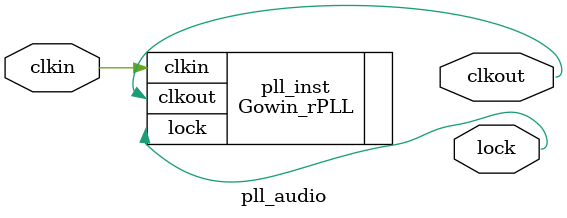
<source format=sv>

module pll_hdmi (
    input wire clkin,      // 24 MHz input clock
    output wire clkout,    // 74.25 MHz output clock for HDMI
    output wire lock       // PLL lock indicator
);
    // In the actual implementation, this will be replaced with
    // a Gowin PLL IP Core generated with the Gowin IDE
    
    // For Tang 138K, we need to generate 74.25 MHz from 24 MHz
    // This requires a PLL with:
    // - Multiply factor: 74.25/24 = 3.09375
    // - Can be implemented as 247.5/80 = 3.09375
    
    // Placeholder for Gowin PLL IP
    Gowin_rPLL pll_inst (
        .clkin(clkin),     // 24 MHz
        .clkout(clkout),   // 74.25 MHz
        .lock(lock)
    );

endmodule

// NeoGeo Core for Tang 138K - PLL Module for Core Clock
// This is a placeholder for the Gowin PLL IP Core

module pll_core (
    input wire clkin,      // 24 MHz input clock
    output wire clkout,    // 96 MHz output clock for core
    output wire lock       // PLL lock indicator
);
    // In the actual implementation, this will be replaced with
    // a Gowin PLL IP Core generated with the Gowin IDE
    
    // For Tang 138K, we need to generate 96 MHz from 24 MHz
    // This requires a PLL with:
    // - Multiply factor: 96/24 = 4
    
    // Placeholder for Gowin PLL IP
    Gowin_rPLL pll_inst (
        .clkin(clkin),     // 24 MHz
        .clkout(clkout),   // 96 MHz
        .lock(lock)
    );

endmodule

// NeoGeo Core for Tang 138K - PLL Module for Audio Clock
// This is a placeholder for the Gowin PLL IP Core

module pll_audio (
    input wire clkin,      // 24 MHz input clock
    output wire clkout,    // 24.576 MHz output clock for audio
    output wire lock       // PLL lock indicator
);
    // In the actual implementation, this will be replaced with
    // a Gowin PLL IP Core generated with the Gowin IDE
    
    // For Tang 138K, we need to generate 24.576 MHz from 24 MHz
    // This requires a PLL with:
    // - Multiply factor: 24.576/24 = 1.024
    // - Can be implemented as 256/250 = 1.024
    
    // Placeholder for Gowin PLL IP
    Gowin_rPLL pll_inst (
        .clkin(clkin),     // 24 MHz
        .clkout(clkout),   // 24.576 MHz
        .lock(lock)
    );

endmodule

</source>
